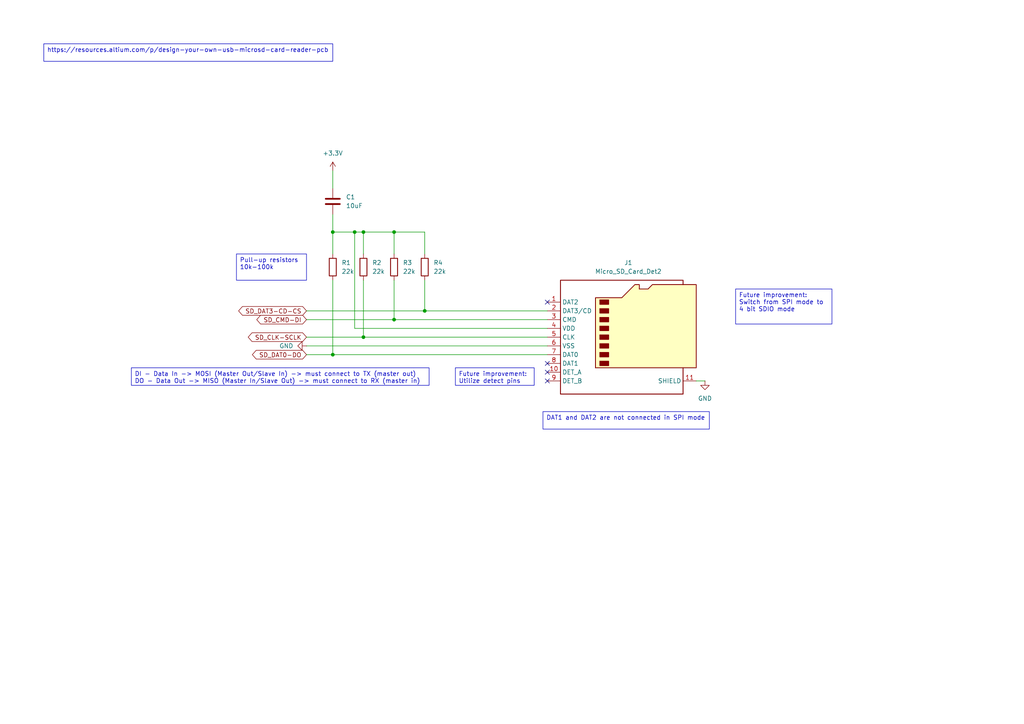
<source format=kicad_sch>
(kicad_sch (version 20231120) (generator "eeschema") (generator_version "8.0")
  (paper "A4")
  (title_block (title "ZEReader-Pico") (rev "v1") (company "Anna-Lena Marx") (comment 1 "Bachelorthesis"))
  (lib_symbols
    (symbol "Connector:Micro_SD_Card_Det2"
      (property "Reference" "J" (at -16.51 17.78 0))
      (property "Value" "Micro_SD_Card_Det2" (at 16.51 17.78 0))
      (symbol "Micro_SD_Card_Det2_0_1"
        (rectangle (start -7.62 -6.985) (end -5.08 -8.255) (stroke (width 0.254)) (fill (type outline)))
        (rectangle (start -7.62 -4.445) (end -5.08 -5.715) (stroke (width 0.254)) (fill (type outline)))
        (rectangle (start -7.62 -1.905) (end -5.08 -3.175) (stroke (width 0.254)) (fill (type outline)))
        (rectangle (start -7.62 0.635) (end -5.08 -0.635) (stroke (width 0.254)) (fill (type outline)))
        (rectangle (start -7.62 3.175) (end -5.08 1.905) (stroke (width 0.254)) (fill (type outline)))
        (rectangle (start -7.62 5.715) (end -5.08 4.445) (stroke (width 0.254)) (fill (type outline)))
        (rectangle (start -7.62 8.255) (end -5.08 6.985) (stroke (width 0.254)) (fill (type outline)))
        (rectangle (start -7.62 10.795) (end -5.08 9.525) (stroke (width 0.254)) (fill (type outline)))
        (polyline (pts (xy 16.51 15.24) (xy 16.51 16.51) (xy -19.05 16.51) (xy -19.05 -16.51) (xy 16.51 -16.51) (xy 16.51 -8.89)) (stroke (width 0.254)))
        (polyline (pts (xy -8.89 -8.89) (xy -8.89 11.43) (xy -1.27 11.43) (xy 2.54 15.24) (xy 3.81 15.24) (xy 3.81 13.97) (xy 6.35 13.97) (xy 7.62 15.24) (xy 20.32 15.24) (xy 20.32 -8.89) (xy -8.89 -8.89)) (stroke (width 0.254)) (fill (type background)))
      )
      (symbol "Micro_SD_Card_Det2_1_1"
        (pin bidirectional line (at -22.86 10.16 0) (length 3.81) (name "DAT2") (number "1"))
        (pin passive line (at -22.86 -10.16 0) (length 3.81) (name "DET_A") (number "10"))
        (pin passive line (at 20.32 -12.7 180) (length 3.81) (name "SHIELD") (number "11"))
        (pin bidirectional line (at -22.86 7.62 0) (length 3.81) (name "DAT3/CD") (number "2"))
        (pin input line (at -22.86 5.08 0) (length 3.81) (name "CMD") (number "3"))
        (pin power_in line (at -22.86 2.54 0) (length 3.81) (name "VDD") (number "4"))
        (pin input line (at -22.86 0 0) (length 3.81) (name "CLK") (number "5"))
        (pin power_in line (at -22.86 -2.54 0) (length 3.81) (name "VSS") (number "6"))
        (pin bidirectional line (at -22.86 -5.08 0) (length 3.81) (name "DAT0") (number "7"))
        (pin bidirectional line (at -22.86 -7.62 0) (length 3.81) (name "DAT1") (number "8"))
        (pin passive line (at -22.86 -12.7 0) (length 3.81) (name "DET_B") (number "9"))
      )
    )
    (symbol "Device:C" (pin_numbers hide) (pin_names (offset 0.254))
      (property "Reference" "C" (at 0.635 2.54 0))
      (property "Value" "C" (at 0.635 -2.54 0))
      (symbol "C_0_1"
        (polyline (pts (xy -2.032 -0.762) (xy 2.032 -0.762)) (stroke (width 0.508)))
        (polyline (pts (xy -2.032 0.762) (xy 2.032 0.762)) (stroke (width 0.508)))
      )
      (symbol "C_1_1"
        (pin passive line (at 0 3.81 270) (length 2.794) (name "~") (number "1"))
        (pin passive line (at 0 -3.81 90) (length 2.794) (name "~") (number "2"))
      )
    )
    (symbol "Device:R" (pin_numbers hide) (pin_names (offset 0))
      (property "Reference" "R" (at 2.032 0 90))
      (property "Value" "R" (at 0 0 90))
      (symbol "R_0_1"
        (rectangle (start -1.016 -2.54) (end 1.016 2.54) (stroke (width 0.254)))
      )
      (symbol "R_1_1"
        (pin passive line (at 0 3.81 270) (length 1.27) (name "~") (number "1"))
        (pin passive line (at 0 -3.81 90) (length 1.27) (name "~") (number "2"))
      )
    )
    (symbol "power:+3.3V" (power) (pin_numbers hide) (pin_names (offset 0) hide)
      (property "Value" "+3.3V" (at 0 3.556 0))
      (symbol "+3.3V_0_1"
        (polyline (pts (xy -0.762 1.27) (xy 0 2.54)))
        (polyline (pts (xy 0 0) (xy 0 2.54)))
        (polyline (pts (xy 0 2.54) (xy 0.762 1.27)))
      )
      (symbol "+3.3V_1_1"
        (pin power_in line (at 0 0 90) (length 0) (name "~") (number "1"))
      )
    )
    (symbol "power:GND" (power) (pin_numbers hide) (pin_names (offset 0) hide)
      (property "Value" "GND" (at 0 -3.81 0))
      (symbol "GND_0_1"
        (polyline (pts (xy 0 0) (xy 0 -1.27) (xy 1.27 -1.27) (xy 0 -2.54) (xy -1.27 -1.27) (xy 0 -1.27)))
      )
      (symbol "GND_1_1"
        (pin power_in line (at 0 0 270) (length 0) (name "~") (number "1"))
      )
    )
  )
  (junction (at 114.3 92.71))
  (junction (at 96.52 67.31))
  (junction (at 105.41 67.31))
  (junction (at 102.87 67.31))
  (junction (at 114.3 67.31))
  (junction (at 96.52 102.87))
  (junction (at 105.41 97.79))
  (junction (at 123.19 90.17))
  (no_connect (at 158.75 107.95))
  (no_connect (at 158.75 105.41))
  (no_connect (at 158.75 87.63))
  (no_connect (at 158.75 110.49))
  (wire (pts (xy 158.75 97.79) (xy 105.41 97.79)))
  (wire (pts (xy 102.87 95.25) (xy 158.75 95.25)))
  (wire (pts (xy 114.3 92.71) (xy 114.3 81.28)))
  (wire (pts (xy 88.9 100.33) (xy 158.75 100.33)))
  (wire (pts (xy 96.52 67.31) (xy 102.87 67.31)))
  (wire (pts (xy 88.9 92.71) (xy 114.3 92.71)))
  (wire (pts (xy 114.3 67.31) (xy 123.19 67.31)))
  (wire (pts (xy 96.52 67.31) (xy 96.52 73.66)))
  (wire (pts (xy 88.9 102.87) (xy 96.52 102.87)))
  (wire (pts (xy 102.87 95.25) (xy 102.87 67.31)))
  (wire (pts (xy 158.75 90.17) (xy 123.19 90.17)))
  (wire (pts (xy 114.3 73.66) (xy 114.3 67.31)))
  (wire (pts (xy 88.9 90.17) (xy 123.19 90.17)))
  (wire (pts (xy 105.41 81.28) (xy 105.41 97.79)))
  (wire (pts (xy 105.41 73.66) (xy 105.41 67.31)))
  (wire (pts (xy 105.41 67.31) (xy 114.3 67.31)))
  (wire (pts (xy 123.19 90.17) (xy 123.19 81.28)))
  (wire (pts (xy 204.47 110.49) (xy 201.93 110.49)))
  (wire (pts (xy 123.19 73.66) (xy 123.19 67.31)))
  (wire (pts (xy 88.9 97.79) (xy 105.41 97.79)))
  (wire (pts (xy 158.75 92.71) (xy 114.3 92.71)))
  (wire (pts (xy 102.87 67.31) (xy 105.41 67.31)))
  (wire (pts (xy 96.52 102.87) (xy 158.75 102.87)))
  (wire (pts (xy 96.52 49.53) (xy 96.52 54.61)))
  (wire (pts (xy 96.52 102.87) (xy 96.52 81.28)))
  (wire (pts (xy 96.52 62.23) (xy 96.52 67.31)))
  (text_box "DAT1 and DAT2 are not connected in SPI mode" (at 157.48 119.38 0) (size 48.26 5.08) (effects (font (size 1.27 1.27)) (justify left top)))
  (text_box "DI - Data In -> MOSI (Master Out/Slave In) -> must connect to TX (master out)\nDO - Data Out -> MISO (Master In/Slave Out) -> must connect to RX (master in)" (at 38.1 106.68 0) (size 86.36 5.08) (effects (font (size 1.27 1.27)) (justify left top)))
  (text_box "https://resources.altium.com/p/design-your-own-usb-microsd-card-reader-pcb" (at 12.7 12.7 0) (size 83.82 5.08) (effects (font (size 1.27 1.27)) (justify left top)))
  (text_box "Pull-up resistors\n10k-100k" (at 68.58 73.66 0) (size 20.32 7.62) (effects (font (size 1.27 1.27)) (justify left top)))
  (text_box "Future improvement:\nSwitch from SPI mode to 4 bit SDIO mode" (at 213.36 83.82 0) (size 27.94 10.16) (effects (font (size 1.27 1.27)) (justify left top)))
  (text_box "Future improvement:\nUtilize detect pins" (at 132.08 106.68 0) (size 22.86 5.08) (effects (font (size 1.27 1.27)) (justify left top)))
  (global_label "SD_CMD-DI" (shape bidirectional) (at 88.9 92.71 180) (property "Intersheetrefs" "${INTERSHEET_REFS}" (effects (hide yes))))
  (global_label "SD_CLK-SCLK" (shape bidirectional) (at 88.9 97.79 180) (property "Intersheetrefs" "${INTERSHEET_REFS}" (effects (hide yes))))
  (global_label "SD_DAT0-DO" (shape bidirectional) (at 88.9 102.87 180) (property "Intersheetrefs" "${INTERSHEET_REFS}" (effects (hide yes))))
  (global_label "SD_DAT3-CD-CS" (shape bidirectional) (at 88.9 90.17 180) (property "Intersheetrefs" "${INTERSHEET_REFS}" (effects (hide yes))))
  (symbol (lib_id "Device:R") (at 123.19 77.47 0) (unit 1)
    (property "Reference" "R4" (at 125.73 76.1999 0) (effects (justify left)))
    (property "Value" "22k" (at 125.73 78.7399 0) (effects (justify left)))
    (property "Footprint" "Resistor_SMD:R_1206_3216Metric_Pad1.30x1.75mm_HandSolder" (effects (hide yes)))
    (property "Description" "Resistor" (effects (hide yes)))
  )
  (symbol (lib_id "Device:R") (at 114.3 77.47 0) (unit 1)
    (property "Reference" "R3" (at 116.84 76.1999 0) (effects (justify left)))
    (property "Value" "22k" (at 116.84 78.7399 0) (effects (justify left)))
    (property "Footprint" "Resistor_SMD:R_1206_3216Metric_Pad1.30x1.75mm_HandSolder" (effects (hide yes)))
    (property "Description" "Resistor" (effects (hide yes)))
  )
  (symbol (lib_id "Device:C") (at 96.52 58.42 0) (unit 1)
    (property "Reference" "C1" (at 100.33 57.1499 0) (effects (justify left)))
    (property "Value" "10uF" (at 100.33 59.6899 0) (effects (justify left)))
    (property "Footprint" "Capacitor_SMD:C_1206_3216Metric_Pad1.33x1.80mm_HandSolder" (effects (hide yes)))
    (property "Description" "Unpolarized capacitor" (effects (hide yes)))
  )
  (symbol (lib_id "Device:R") (at 105.41 77.47 0) (unit 1)
    (property "Reference" "R2" (at 107.95 76.1999 0) (effects (justify left)))
    (property "Value" "22k" (at 107.95 78.7399 0) (effects (justify left)))
    (property "Footprint" "Resistor_SMD:R_1206_3216Metric_Pad1.30x1.75mm_HandSolder" (effects (hide yes)))
    (property "Description" "Resistor" (effects (hide yes)))
  )
  (symbol (lib_id "power:GND") (at 204.47 110.49 0) (unit 1)
    (property "Reference" "#PWR04" (effects (hide yes)))
    (property "Value" "GND" (at 204.47 115.57 0))
    (property "Description" "Power symbol creates a global label with name \"GND\" , ground" (effects (hide yes)))
  )
  (symbol (lib_id "power:GND") (at 88.9 100.33 270) (unit 1)
    (property "Reference" "#PWR01" (effects (hide yes)))
    (property "Value" "GND" (at 85.09 100.3299 90) (effects (justify right)))
    (property "Description" "Power symbol creates a global label with name \"GND\" , ground" (effects (hide yes)))
  )
  (symbol (lib_id "power:+3.3V") (at 96.52 49.53 0) (unit 1)
    (property "Reference" "#PWR02" (effects (hide yes)))
    (property "Value" "+3.3V" (at 96.52 44.45 0))
    (property "Description" "Power symbol creates a global label with name \"+3.3V\"" (effects (hide yes)))
  )
  (symbol (lib_id "Device:R") (at 96.52 77.47 0) (unit 1)
    (property "Reference" "R1" (at 99.06 76.1999 0) (effects (justify left)))
    (property "Value" "22k" (at 99.06 78.7399 0) (effects (justify left)))
    (property "Footprint" "Resistor_SMD:R_1206_3216Metric_Pad1.30x1.75mm_HandSolder" (effects (hide yes)))
    (property "Description" "Resistor" (effects (hide yes)))
  )
  (symbol (lib_id "Connector:Micro_SD_Card_Det2") (at 181.61 97.79 0) (unit 1)
    (property "Reference" "J1" (at 182.245 76.2 0))
    (property "Value" "Micro_SD_Card_Det2" (at 182.245 78.74 0))
    (property "Footprint" "Connector_Card:microSD_HC_Hirose_DM3AT-SF-PEJM5" (effects (hide yes)))
    (property "Datasheet" "https://www.hirose.com/en/product/document?clcode=&productname=&series=DM3&documenttype=Catalog&lang=en&documentid=D49662_en" (effects (hide yes)))
    (property "Description" "Micro SD Card Socket with two card detection pins" (effects (hide yes)))
  )
)
</source>
